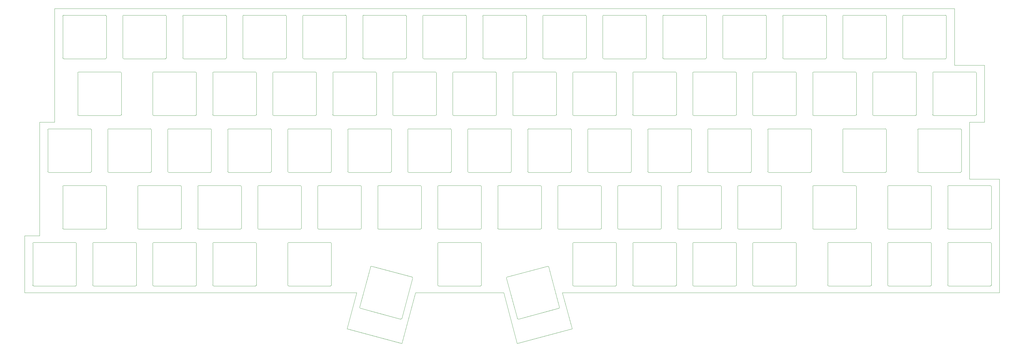
<source format=gm1>
G04 #@! TF.GenerationSoftware,KiCad,Pcbnew,(6.0.2-0)*
G04 #@! TF.CreationDate,2022-07-19T14:25:46+02:00*
G04 #@! TF.ProjectId,switch-plate,73776974-6368-42d7-906c-6174652e6b69,rev?*
G04 #@! TF.SameCoordinates,Original*
G04 #@! TF.FileFunction,Profile,NP*
%FSLAX46Y46*%
G04 Gerber Fmt 4.6, Leading zero omitted, Abs format (unit mm)*
G04 Created by KiCad (PCBNEW (6.0.2-0)) date 2022-07-19 14:25:46*
%MOMM*%
%LPD*%
G01*
G04 APERTURE LIST*
G04 #@! TA.AperFunction,Profile*
%ADD10C,0.100000*%
G04 #@! TD*
G04 #@! TA.AperFunction,Profile*
%ADD11C,0.120000*%
G04 #@! TD*
G04 APERTURE END LIST*
D10*
X154400000Y-110400000D02*
X151300000Y-99000000D01*
X280250000Y-63000000D02*
X280250000Y-45000000D01*
X80750000Y-99000000D02*
X86200000Y-99000000D01*
X285000000Y-45000000D02*
X285000000Y-27000000D01*
X280250000Y-45000000D02*
X285000000Y-45000000D01*
X-14250000Y-45000000D02*
X-14250000Y-81000000D01*
X86200000Y-99000000D02*
X83100000Y-110400000D01*
X152000000Y-99000000D02*
X289750000Y-99000000D01*
X-9500000Y-9000000D02*
X-9500000Y-45000000D01*
X100500000Y-115100000D02*
X104800000Y-99000000D01*
X275500000Y-9000000D02*
X-9500000Y-9000000D01*
X-19000000Y-81000000D02*
X-19000000Y-99000000D01*
X104800000Y-99000000D02*
X132700000Y-99000000D01*
X-14250000Y-81000000D02*
X-19000000Y-81000000D01*
X289750000Y-99000000D02*
X289750000Y-63000000D01*
X275500000Y-27000000D02*
X275500000Y-9000000D01*
X151300000Y-99000000D02*
X152000000Y-99000000D01*
X-9500000Y-45000000D02*
X-14250000Y-45000000D01*
X289750000Y-63000000D02*
X280250000Y-63000000D01*
X132700000Y-99000000D02*
X137000000Y-115100000D01*
X137000000Y-115100000D02*
X154400000Y-110400000D01*
X-19000000Y-99000000D02*
X80750000Y-99000000D01*
X285000000Y-27000000D02*
X275500000Y-27000000D01*
X83100000Y-110400000D02*
X100500000Y-115100000D01*
D11*
X40150000Y-60600000D02*
X40150000Y-47400000D01*
X26350000Y-47400000D02*
X26350000Y-60600000D01*
X39850000Y-47100000D02*
X26650000Y-47100000D01*
X26650000Y-60900000D02*
X39850000Y-60900000D01*
X39850000Y-60900000D02*
G75*
G03*
X40150000Y-60600000I0J300000D01*
G01*
X26350000Y-60600000D02*
G75*
G03*
X26650000Y-60900000I300000J0D01*
G01*
X26650000Y-47100000D02*
G75*
G03*
X26350000Y-47400000I0J-300000D01*
G01*
X40150000Y-47400000D02*
G75*
G03*
X39850000Y-47100000I-300000J0D01*
G01*
X59900000Y-42900000D02*
X73100000Y-42900000D01*
X59600000Y-29400000D02*
X59600000Y-42600000D01*
X73400000Y-42600000D02*
X73400000Y-29400000D01*
X73100000Y-29100000D02*
X59900000Y-29100000D01*
X59600000Y-42600000D02*
G75*
G03*
X59900000Y-42900000I300000J0D01*
G01*
X73400000Y-29400000D02*
G75*
G03*
X73100000Y-29100000I-300000J0D01*
G01*
X73100000Y-42900000D02*
G75*
G03*
X73400000Y-42600000I0J300000D01*
G01*
X59900000Y-29100000D02*
G75*
G03*
X59600000Y-29400000I0J-300000D01*
G01*
X201350000Y-65100000D02*
X188150000Y-65100000D01*
X201650000Y-78600000D02*
X201650000Y-65400000D01*
X187850000Y-65400000D02*
X187850000Y-78600000D01*
X188150000Y-78900000D02*
X201350000Y-78900000D01*
X201350000Y-78900000D02*
G75*
G03*
X201650000Y-78600000I0J300000D01*
G01*
X188150000Y-65100000D02*
G75*
G03*
X187850000Y-65400000I0J-300000D01*
G01*
X187850000Y-78600000D02*
G75*
G03*
X188150000Y-78900000I300000J0D01*
G01*
X201650000Y-65400000D02*
G75*
G03*
X201350000Y-65100000I-300000J0D01*
G01*
X206100000Y-83100000D02*
X192900000Y-83100000D01*
X206400000Y-96600000D02*
X206400000Y-83400000D01*
X192600000Y-83400000D02*
X192600000Y-96600000D01*
X192900000Y-96900000D02*
X206100000Y-96900000D01*
X206400000Y-83400000D02*
G75*
G03*
X206100000Y-83100000I-300000J0D01*
G01*
X192600000Y-96600000D02*
G75*
G03*
X192900000Y-96900000I300000J0D01*
G01*
X192900000Y-83100000D02*
G75*
G03*
X192600000Y-83400000I0J-300000D01*
G01*
X206100000Y-96900000D02*
G75*
G03*
X206400000Y-96600000I0J300000D01*
G01*
X267850000Y-83100000D02*
X254650000Y-83100000D01*
X268150000Y-96600000D02*
X268150000Y-83400000D01*
X254350000Y-83400000D02*
X254350000Y-96600000D01*
X254650000Y-96900000D02*
X267850000Y-96900000D01*
X254350000Y-96600000D02*
G75*
G03*
X254650000Y-96900000I300000J0D01*
G01*
X267850000Y-96900000D02*
G75*
G03*
X268150000Y-96600000I0J300000D01*
G01*
X268150000Y-83400000D02*
G75*
G03*
X267850000Y-83100000I-300000J0D01*
G01*
X254650000Y-83100000D02*
G75*
G03*
X254350000Y-83400000I0J-300000D01*
G01*
X35400000Y-42600000D02*
X35400000Y-29400000D01*
X35100000Y-29100000D02*
X21900000Y-29100000D01*
X21900000Y-42900000D02*
X35100000Y-42900000D01*
X21600000Y-29400000D02*
X21600000Y-42600000D01*
X35400000Y-29400000D02*
G75*
G03*
X35100000Y-29100000I-300000J0D01*
G01*
X35100000Y-42900000D02*
G75*
G03*
X35400000Y-42600000I0J300000D01*
G01*
X21600000Y-42600000D02*
G75*
G03*
X21900000Y-42900000I300000J0D01*
G01*
X21900000Y-29100000D02*
G75*
G03*
X21600000Y-29400000I0J-300000D01*
G01*
X244400000Y-78600000D02*
X244400000Y-65400000D01*
X244100000Y-65100000D02*
X230900000Y-65100000D01*
X230900000Y-78900000D02*
X244100000Y-78900000D01*
X230600000Y-65400000D02*
X230600000Y-78600000D01*
X244100000Y-78900000D02*
G75*
G03*
X244400000Y-78600000I0J300000D01*
G01*
X230900000Y-65100000D02*
G75*
G03*
X230600000Y-65400000I0J-300000D01*
G01*
X244400000Y-65400000D02*
G75*
G03*
X244100000Y-65100000I-300000J0D01*
G01*
X230600000Y-78600000D02*
G75*
G03*
X230900000Y-78900000I300000J0D01*
G01*
X6600000Y-65100000D02*
X-6600000Y-65100000D01*
X6900000Y-78600000D02*
X6900000Y-65400000D01*
X-6600000Y-78900000D02*
X6600000Y-78900000D01*
X-6900000Y-65400000D02*
X-6900000Y-78600000D01*
X-6600000Y-65100000D02*
G75*
G03*
X-6900000Y-65400000I0J-300000D01*
G01*
X6900000Y-65400000D02*
G75*
G03*
X6600000Y-65100000I-300000J0D01*
G01*
X6600000Y-78900000D02*
G75*
G03*
X6900000Y-78600000I0J300000D01*
G01*
X-6900000Y-78600000D02*
G75*
G03*
X-6600000Y-78900000I300000J0D01*
G01*
X153850000Y-47100000D02*
X140650000Y-47100000D01*
X140350000Y-47400000D02*
X140350000Y-60600000D01*
X154150000Y-60600000D02*
X154150000Y-47400000D01*
X140650000Y-60900000D02*
X153850000Y-60900000D01*
X154150000Y-47400000D02*
G75*
G03*
X153850000Y-47100000I-300000J0D01*
G01*
X153850000Y-60900000D02*
G75*
G03*
X154150000Y-60600000I0J300000D01*
G01*
X140350000Y-60600000D02*
G75*
G03*
X140650000Y-60900000I300000J0D01*
G01*
X140650000Y-47100000D02*
G75*
G03*
X140350000Y-47400000I0J-300000D01*
G01*
X49650000Y-78600000D02*
X49650000Y-65400000D01*
X35850000Y-65400000D02*
X35850000Y-78600000D01*
X36150000Y-78900000D02*
X49350000Y-78900000D01*
X49350000Y-65100000D02*
X36150000Y-65100000D01*
X35850000Y-78600000D02*
G75*
G03*
X36150000Y-78900000I300000J0D01*
G01*
X49350000Y-78900000D02*
G75*
G03*
X49650000Y-78600000I0J300000D01*
G01*
X49650000Y-65400000D02*
G75*
G03*
X49350000Y-65100000I-300000J0D01*
G01*
X36150000Y-65100000D02*
G75*
G03*
X35850000Y-65400000I0J-300000D01*
G01*
X287150000Y-78600000D02*
X287150000Y-65400000D01*
X286850000Y-65100000D02*
X273650000Y-65100000D01*
X273350000Y-65400000D02*
X273350000Y-78600000D01*
X273650000Y-78900000D02*
X286850000Y-78900000D01*
X286850000Y-78900000D02*
G75*
G03*
X287150000Y-78600000I0J300000D01*
G01*
X287150000Y-65400000D02*
G75*
G03*
X286850000Y-65100000I-300000J0D01*
G01*
X273650000Y-65100000D02*
G75*
G03*
X273350000Y-65400000I0J-300000D01*
G01*
X273350000Y-78600000D02*
G75*
G03*
X273650000Y-78900000I300000J0D01*
G01*
X102650000Y-60900000D02*
X115850000Y-60900000D01*
X115850000Y-47100000D02*
X102650000Y-47100000D01*
X116150000Y-60600000D02*
X116150000Y-47400000D01*
X102350000Y-47400000D02*
X102350000Y-60600000D01*
X102350000Y-60600000D02*
G75*
G03*
X102650000Y-60900000I300000J0D01*
G01*
X116150000Y-47400000D02*
G75*
G03*
X115850000Y-47100000I-300000J0D01*
G01*
X102650000Y-47100000D02*
G75*
G03*
X102350000Y-47400000I0J-300000D01*
G01*
X115850000Y-60900000D02*
G75*
G03*
X116150000Y-60600000I0J300000D01*
G01*
X20850000Y-47100000D02*
X7650000Y-47100000D01*
X7350000Y-47400000D02*
X7350000Y-60600000D01*
X7650000Y-60900000D02*
X20850000Y-60900000D01*
X21150000Y-60600000D02*
X21150000Y-47400000D01*
X7350000Y-60600000D02*
G75*
G03*
X7650000Y-60900000I300000J0D01*
G01*
X21150000Y-47400000D02*
G75*
G03*
X20850000Y-47100000I-300000J0D01*
G01*
X20850000Y-60900000D02*
G75*
G03*
X21150000Y-60600000I0J300000D01*
G01*
X7650000Y-47100000D02*
G75*
G03*
X7350000Y-47400000I0J-300000D01*
G01*
X154900000Y-42900000D02*
X168100000Y-42900000D01*
X168400000Y-42600000D02*
X168400000Y-29400000D01*
X154600000Y-29400000D02*
X154600000Y-42600000D01*
X168100000Y-29100000D02*
X154900000Y-29100000D01*
X154900000Y-29100000D02*
G75*
G03*
X154600000Y-29400000I0J-300000D01*
G01*
X154600000Y-42600000D02*
G75*
G03*
X154900000Y-42900000I300000J0D01*
G01*
X168400000Y-29400000D02*
G75*
G03*
X168100000Y-29100000I-300000J0D01*
G01*
X168100000Y-42900000D02*
G75*
G03*
X168400000Y-42600000I0J300000D01*
G01*
X58850000Y-47100000D02*
X45650000Y-47100000D01*
X59150000Y-60600000D02*
X59150000Y-47400000D01*
X45350000Y-47400000D02*
X45350000Y-60600000D01*
X45650000Y-60900000D02*
X58850000Y-60900000D01*
X59150000Y-47400000D02*
G75*
G03*
X58850000Y-47100000I-300000J0D01*
G01*
X45350000Y-60600000D02*
G75*
G03*
X45650000Y-60900000I300000J0D01*
G01*
X58850000Y-60900000D02*
G75*
G03*
X59150000Y-60600000I0J300000D01*
G01*
X45650000Y-47100000D02*
G75*
G03*
X45350000Y-47400000I0J-300000D01*
G01*
X73850000Y-65400000D02*
X73850000Y-78600000D01*
X74150000Y-78900000D02*
X87350000Y-78900000D01*
X87350000Y-65100000D02*
X74150000Y-65100000D01*
X87650000Y-78600000D02*
X87650000Y-65400000D01*
X87650000Y-65400000D02*
G75*
G03*
X87350000Y-65100000I-300000J0D01*
G01*
X74150000Y-65100000D02*
G75*
G03*
X73850000Y-65400000I0J-300000D01*
G01*
X73850000Y-78600000D02*
G75*
G03*
X74150000Y-78900000I300000J0D01*
G01*
X87350000Y-78900000D02*
G75*
G03*
X87650000Y-78600000I0J300000D01*
G01*
X31100000Y-11400000D02*
X31100000Y-24600000D01*
X44900000Y-24600000D02*
X44900000Y-11400000D01*
X44600000Y-11100000D02*
X31400000Y-11100000D01*
X31400000Y-24900000D02*
X44600000Y-24900000D01*
X44600000Y-24900000D02*
G75*
G03*
X44900000Y-24600000I0J300000D01*
G01*
X31400000Y-11100000D02*
G75*
G03*
X31100000Y-11400000I0J-300000D01*
G01*
X31100000Y-24600000D02*
G75*
G03*
X31400000Y-24900000I300000J0D01*
G01*
X44900000Y-11400000D02*
G75*
G03*
X44600000Y-11100000I-300000J0D01*
G01*
X120900000Y-24600000D02*
X120900000Y-11400000D01*
X120600000Y-11100000D02*
X107400000Y-11100000D01*
X107400000Y-24900000D02*
X120600000Y-24900000D01*
X107100000Y-11400000D02*
X107100000Y-24600000D01*
X120900000Y-11400000D02*
G75*
G03*
X120600000Y-11100000I-300000J0D01*
G01*
X107100000Y-24600000D02*
G75*
G03*
X107400000Y-24900000I300000J0D01*
G01*
X107400000Y-11100000D02*
G75*
G03*
X107100000Y-11400000I0J-300000D01*
G01*
X120600000Y-24900000D02*
G75*
G03*
X120900000Y-24600000I0J300000D01*
G01*
X54400000Y-96600000D02*
X54400000Y-83400000D01*
X54100000Y-83100000D02*
X40900000Y-83100000D01*
X40900000Y-96900000D02*
X54100000Y-96900000D01*
X40600000Y-83400000D02*
X40600000Y-96600000D01*
X54100000Y-96900000D02*
G75*
G03*
X54400000Y-96600000I0J300000D01*
G01*
X40600000Y-96600000D02*
G75*
G03*
X40900000Y-96900000I300000J0D01*
G01*
X54400000Y-83400000D02*
G75*
G03*
X54100000Y-83100000I-300000J0D01*
G01*
X40900000Y-83100000D02*
G75*
G03*
X40600000Y-83400000I0J-300000D01*
G01*
X93150000Y-78900000D02*
X106350000Y-78900000D01*
X106350000Y-65100000D02*
X93150000Y-65100000D01*
X92850000Y-65400000D02*
X92850000Y-78600000D01*
X106650000Y-78600000D02*
X106650000Y-65400000D01*
X106650000Y-65400000D02*
G75*
G03*
X106350000Y-65100000I-300000J0D01*
G01*
X92850000Y-78600000D02*
G75*
G03*
X93150000Y-78900000I300000J0D01*
G01*
X106350000Y-78900000D02*
G75*
G03*
X106650000Y-78600000I0J300000D01*
G01*
X93150000Y-65100000D02*
G75*
G03*
X92850000Y-65400000I0J-300000D01*
G01*
X249150000Y-96600000D02*
X249150000Y-83400000D01*
X235650000Y-96900000D02*
X248850000Y-96900000D01*
X235350000Y-83400000D02*
X235350000Y-96600000D01*
X248850000Y-83100000D02*
X235650000Y-83100000D01*
X235650000Y-83100000D02*
G75*
G03*
X235350000Y-83400000I0J-300000D01*
G01*
X248850000Y-96900000D02*
G75*
G03*
X249150000Y-96600000I0J300000D01*
G01*
X249150000Y-83400000D02*
G75*
G03*
X248850000Y-83100000I-300000J0D01*
G01*
X235350000Y-96600000D02*
G75*
G03*
X235650000Y-96900000I300000J0D01*
G01*
X96850000Y-47100000D02*
X83650000Y-47100000D01*
X97150000Y-60600000D02*
X97150000Y-47400000D01*
X83350000Y-47400000D02*
X83350000Y-60600000D01*
X83650000Y-60900000D02*
X96850000Y-60900000D01*
X96850000Y-60900000D02*
G75*
G03*
X97150000Y-60600000I0J300000D01*
G01*
X97150000Y-47400000D02*
G75*
G03*
X96850000Y-47100000I-300000J0D01*
G01*
X83650000Y-47100000D02*
G75*
G03*
X83350000Y-47400000I0J-300000D01*
G01*
X83350000Y-60600000D02*
G75*
G03*
X83650000Y-60900000I300000J0D01*
G01*
X135900000Y-42900000D02*
X149100000Y-42900000D01*
X149100000Y-29100000D02*
X135900000Y-29100000D01*
X135600000Y-29400000D02*
X135600000Y-42600000D01*
X149400000Y-42600000D02*
X149400000Y-29400000D01*
X149100000Y-42900000D02*
G75*
G03*
X149400000Y-42600000I0J300000D01*
G01*
X149400000Y-29400000D02*
G75*
G03*
X149100000Y-29100000I-300000J0D01*
G01*
X135900000Y-29100000D02*
G75*
G03*
X135600000Y-29400000I0J-300000D01*
G01*
X135600000Y-42600000D02*
G75*
G03*
X135900000Y-42900000I300000J0D01*
G01*
X144350000Y-65100000D02*
X131150000Y-65100000D01*
X144650000Y-78600000D02*
X144650000Y-65400000D01*
X131150000Y-78900000D02*
X144350000Y-78900000D01*
X130850000Y-65400000D02*
X130850000Y-78600000D01*
X144350000Y-78900000D02*
G75*
G03*
X144650000Y-78600000I0J300000D01*
G01*
X131150000Y-65100000D02*
G75*
G03*
X130850000Y-65400000I0J-300000D01*
G01*
X130850000Y-78600000D02*
G75*
G03*
X131150000Y-78900000I300000J0D01*
G01*
X144650000Y-65400000D02*
G75*
G03*
X144350000Y-65100000I-300000J0D01*
G01*
X103660962Y-94043317D02*
X90910741Y-90626906D01*
X90543317Y-90839038D02*
X87126906Y-103589259D01*
X87339038Y-103956683D02*
X100089259Y-107373094D01*
X100456683Y-107160962D02*
X103873094Y-94410741D01*
X87126906Y-103589259D02*
G75*
G03*
X87339038Y-103956683I289778J-77646D01*
G01*
X100089259Y-107373094D02*
G75*
G03*
X100456683Y-107160962I77646J289778D01*
G01*
X90910741Y-90626906D02*
G75*
G03*
X90543317Y-90839038I-77646J-289778D01*
G01*
X103873094Y-94410741D02*
G75*
G03*
X103660962Y-94043317I-289778J77646D01*
G01*
X150150000Y-78900000D02*
X163350000Y-78900000D01*
X163650000Y-78600000D02*
X163650000Y-65400000D01*
X163350000Y-65100000D02*
X150150000Y-65100000D01*
X149850000Y-65400000D02*
X149850000Y-78600000D01*
X149850000Y-78600000D02*
G75*
G03*
X150150000Y-78900000I300000J0D01*
G01*
X163650000Y-65400000D02*
G75*
G03*
X163350000Y-65100000I-300000J0D01*
G01*
X163350000Y-78900000D02*
G75*
G03*
X163650000Y-78600000I0J300000D01*
G01*
X150150000Y-65100000D02*
G75*
G03*
X149850000Y-65400000I0J-300000D01*
G01*
X168400000Y-96600000D02*
X168400000Y-83400000D01*
X154600000Y-83400000D02*
X154600000Y-96600000D01*
X168100000Y-83100000D02*
X154900000Y-83100000D01*
X154900000Y-96900000D02*
X168100000Y-96900000D01*
X154900000Y-83100000D02*
G75*
G03*
X154600000Y-83400000I0J-300000D01*
G01*
X168100000Y-96900000D02*
G75*
G03*
X168400000Y-96600000I0J300000D01*
G01*
X154600000Y-96600000D02*
G75*
G03*
X154900000Y-96900000I300000J0D01*
G01*
X168400000Y-83400000D02*
G75*
G03*
X168100000Y-83100000I-300000J0D01*
G01*
X78900000Y-42900000D02*
X92100000Y-42900000D01*
X78600000Y-29400000D02*
X78600000Y-42600000D01*
X92100000Y-29100000D02*
X78900000Y-29100000D01*
X92400000Y-42600000D02*
X92400000Y-29400000D01*
X92100000Y-42900000D02*
G75*
G03*
X92400000Y-42600000I0J300000D01*
G01*
X78900000Y-29100000D02*
G75*
G03*
X78600000Y-29400000I0J-300000D01*
G01*
X78600000Y-42600000D02*
G75*
G03*
X78900000Y-42900000I300000J0D01*
G01*
X92400000Y-29400000D02*
G75*
G03*
X92100000Y-29100000I-300000J0D01*
G01*
X254650000Y-78900000D02*
X267850000Y-78900000D01*
X267850000Y-65100000D02*
X254650000Y-65100000D01*
X254350000Y-65400000D02*
X254350000Y-78600000D01*
X268150000Y-78600000D02*
X268150000Y-65400000D01*
X254650000Y-65100000D02*
G75*
G03*
X254350000Y-65400000I0J-300000D01*
G01*
X267850000Y-78900000D02*
G75*
G03*
X268150000Y-78600000I0J300000D01*
G01*
X254350000Y-78600000D02*
G75*
G03*
X254650000Y-78900000I300000J0D01*
G01*
X268150000Y-65400000D02*
G75*
G03*
X267850000Y-65100000I-300000J0D01*
G01*
X-16400000Y-83400000D02*
X-16400000Y-96600000D01*
X-2600000Y-96600000D02*
X-2600000Y-83400000D01*
X-16100000Y-96900000D02*
X-2900000Y-96900000D01*
X-2900000Y-83100000D02*
X-16100000Y-83100000D01*
X-16400000Y-96600000D02*
G75*
G03*
X-16100000Y-96900000I300000J0D01*
G01*
X-16100000Y-83100000D02*
G75*
G03*
X-16400000Y-83400000I0J-300000D01*
G01*
X-2600000Y-83400000D02*
G75*
G03*
X-2900000Y-83100000I-300000J0D01*
G01*
X-2900000Y-96900000D02*
G75*
G03*
X-2600000Y-96600000I0J300000D01*
G01*
X133626906Y-94410741D02*
X137043317Y-107160962D01*
X150373094Y-103589259D02*
X146956683Y-90839038D01*
X137410741Y-107373094D02*
X150160962Y-103956683D01*
X146589259Y-90626906D02*
X133839038Y-94043317D01*
X137043317Y-107160962D02*
G75*
G03*
X137410741Y-107373094I289778J77646D01*
G01*
X133839038Y-94043317D02*
G75*
G03*
X133626906Y-94410741I77646J-289778D01*
G01*
X150160962Y-103956683D02*
G75*
G03*
X150373094Y-103589259I-77646J289778D01*
G01*
X146956683Y-90839038D02*
G75*
G03*
X146589259Y-90626906I-289778J-77646D01*
G01*
X225400000Y-42600000D02*
X225400000Y-29400000D01*
X225100000Y-29100000D02*
X211900000Y-29100000D01*
X211900000Y-42900000D02*
X225100000Y-42900000D01*
X211600000Y-29400000D02*
X211600000Y-42600000D01*
X211900000Y-29100000D02*
G75*
G03*
X211600000Y-29400000I0J-300000D01*
G01*
X225400000Y-29400000D02*
G75*
G03*
X225100000Y-29100000I-300000J0D01*
G01*
X225100000Y-42900000D02*
G75*
G03*
X225400000Y-42600000I0J300000D01*
G01*
X211600000Y-42600000D02*
G75*
G03*
X211900000Y-42900000I300000J0D01*
G01*
X240100000Y-47400000D02*
X240100000Y-60600000D01*
X240400000Y-60900000D02*
X253600000Y-60900000D01*
X253600000Y-47100000D02*
X240400000Y-47100000D01*
X253900000Y-60600000D02*
X253900000Y-47400000D01*
X240100000Y-60600000D02*
G75*
G03*
X240400000Y-60900000I300000J0D01*
G01*
X253600000Y-60900000D02*
G75*
G03*
X253900000Y-60600000I0J300000D01*
G01*
X253900000Y-47400000D02*
G75*
G03*
X253600000Y-47100000I-300000J0D01*
G01*
X240400000Y-47100000D02*
G75*
G03*
X240100000Y-47400000I0J-300000D01*
G01*
X88100000Y-11400000D02*
X88100000Y-24600000D01*
X101900000Y-24600000D02*
X101900000Y-11400000D01*
X88400000Y-24900000D02*
X101600000Y-24900000D01*
X101600000Y-11100000D02*
X88400000Y-11100000D01*
X101600000Y-24900000D02*
G75*
G03*
X101900000Y-24600000I0J300000D01*
G01*
X88100000Y-24600000D02*
G75*
G03*
X88400000Y-24900000I300000J0D01*
G01*
X101900000Y-11400000D02*
G75*
G03*
X101600000Y-11100000I-300000J0D01*
G01*
X88400000Y-11100000D02*
G75*
G03*
X88100000Y-11400000I0J-300000D01*
G01*
X210850000Y-47100000D02*
X197650000Y-47100000D01*
X211150000Y-60600000D02*
X211150000Y-47400000D01*
X197350000Y-47400000D02*
X197350000Y-60600000D01*
X197650000Y-60900000D02*
X210850000Y-60900000D01*
X197350000Y-60600000D02*
G75*
G03*
X197650000Y-60900000I300000J0D01*
G01*
X210850000Y-60900000D02*
G75*
G03*
X211150000Y-60600000I0J300000D01*
G01*
X197650000Y-47100000D02*
G75*
G03*
X197350000Y-47400000I0J-300000D01*
G01*
X211150000Y-47400000D02*
G75*
G03*
X210850000Y-47100000I-300000J0D01*
G01*
X78150000Y-96600000D02*
X78150000Y-83400000D01*
X64650000Y-96900000D02*
X77850000Y-96900000D01*
X77850000Y-83100000D02*
X64650000Y-83100000D01*
X64350000Y-83400000D02*
X64350000Y-96600000D01*
X77850000Y-96900000D02*
G75*
G03*
X78150000Y-96600000I0J300000D01*
G01*
X64350000Y-96600000D02*
G75*
G03*
X64650000Y-96900000I300000J0D01*
G01*
X78150000Y-83400000D02*
G75*
G03*
X77850000Y-83100000I-300000J0D01*
G01*
X64650000Y-83100000D02*
G75*
G03*
X64350000Y-83400000I0J-300000D01*
G01*
X206100000Y-29100000D02*
X192900000Y-29100000D01*
X192900000Y-42900000D02*
X206100000Y-42900000D01*
X206400000Y-42600000D02*
X206400000Y-29400000D01*
X192600000Y-29400000D02*
X192600000Y-42600000D01*
X192600000Y-42600000D02*
G75*
G03*
X192900000Y-42900000I300000J0D01*
G01*
X192900000Y-29100000D02*
G75*
G03*
X192600000Y-29400000I0J-300000D01*
G01*
X206100000Y-42900000D02*
G75*
G03*
X206400000Y-42600000I0J300000D01*
G01*
X206400000Y-29400000D02*
G75*
G03*
X206100000Y-29100000I-300000J0D01*
G01*
X173600000Y-29400000D02*
X173600000Y-42600000D01*
X173900000Y-42900000D02*
X187100000Y-42900000D01*
X187100000Y-29100000D02*
X173900000Y-29100000D01*
X187400000Y-42600000D02*
X187400000Y-29400000D01*
X173600000Y-42600000D02*
G75*
G03*
X173900000Y-42900000I300000J0D01*
G01*
X187100000Y-42900000D02*
G75*
G03*
X187400000Y-42600000I0J300000D01*
G01*
X187400000Y-29400000D02*
G75*
G03*
X187100000Y-29100000I-300000J0D01*
G01*
X173900000Y-29100000D02*
G75*
G03*
X173600000Y-29400000I0J-300000D01*
G01*
X40900000Y-42900000D02*
X54100000Y-42900000D01*
X54100000Y-29100000D02*
X40900000Y-29100000D01*
X40600000Y-29400000D02*
X40600000Y-42600000D01*
X54400000Y-42600000D02*
X54400000Y-29400000D01*
X54100000Y-42900000D02*
G75*
G03*
X54400000Y-42600000I0J300000D01*
G01*
X40900000Y-29100000D02*
G75*
G03*
X40600000Y-29400000I0J-300000D01*
G01*
X40600000Y-42600000D02*
G75*
G03*
X40900000Y-42900000I300000J0D01*
G01*
X54400000Y-29400000D02*
G75*
G03*
X54100000Y-29100000I-300000J0D01*
G01*
X230600000Y-29400000D02*
X230600000Y-42600000D01*
X244100000Y-29100000D02*
X230900000Y-29100000D01*
X230900000Y-42900000D02*
X244100000Y-42900000D01*
X244400000Y-42600000D02*
X244400000Y-29400000D01*
X230900000Y-29100000D02*
G75*
G03*
X230600000Y-29400000I0J-300000D01*
G01*
X244400000Y-29400000D02*
G75*
G03*
X244100000Y-29100000I-300000J0D01*
G01*
X244100000Y-42900000D02*
G75*
G03*
X244400000Y-42600000I0J300000D01*
G01*
X230600000Y-42600000D02*
G75*
G03*
X230900000Y-42900000I300000J0D01*
G01*
X182650000Y-78600000D02*
X182650000Y-65400000D01*
X169150000Y-78900000D02*
X182350000Y-78900000D01*
X182350000Y-65100000D02*
X169150000Y-65100000D01*
X168850000Y-65400000D02*
X168850000Y-78600000D01*
X168850000Y-78600000D02*
G75*
G03*
X169150000Y-78900000I300000J0D01*
G01*
X182350000Y-78900000D02*
G75*
G03*
X182650000Y-78600000I0J300000D01*
G01*
X182650000Y-65400000D02*
G75*
G03*
X182350000Y-65100000I-300000J0D01*
G01*
X169150000Y-65100000D02*
G75*
G03*
X168850000Y-65400000I0J-300000D01*
G01*
X202100000Y-11400000D02*
X202100000Y-24600000D01*
X215900000Y-24600000D02*
X215900000Y-11400000D01*
X202400000Y-24900000D02*
X215600000Y-24900000D01*
X215600000Y-11100000D02*
X202400000Y-11100000D01*
X215600000Y-24900000D02*
G75*
G03*
X215900000Y-24600000I0J300000D01*
G01*
X202100000Y-24600000D02*
G75*
G03*
X202400000Y-24900000I300000J0D01*
G01*
X202400000Y-11100000D02*
G75*
G03*
X202100000Y-11400000I0J-300000D01*
G01*
X215900000Y-11400000D02*
G75*
G03*
X215600000Y-11100000I-300000J0D01*
G01*
X139900000Y-24600000D02*
X139900000Y-11400000D01*
X126400000Y-24900000D02*
X139600000Y-24900000D01*
X139600000Y-11100000D02*
X126400000Y-11100000D01*
X126100000Y-11400000D02*
X126100000Y-24600000D01*
X126400000Y-11100000D02*
G75*
G03*
X126100000Y-11400000I0J-300000D01*
G01*
X139900000Y-11400000D02*
G75*
G03*
X139600000Y-11100000I-300000J0D01*
G01*
X126100000Y-24600000D02*
G75*
G03*
X126400000Y-24900000I300000J0D01*
G01*
X139600000Y-24900000D02*
G75*
G03*
X139900000Y-24600000I0J300000D01*
G01*
X130400000Y-42600000D02*
X130400000Y-29400000D01*
X130100000Y-29100000D02*
X116900000Y-29100000D01*
X116900000Y-42900000D02*
X130100000Y-42900000D01*
X116600000Y-29400000D02*
X116600000Y-42600000D01*
X116600000Y-42600000D02*
G75*
G03*
X116900000Y-42900000I300000J0D01*
G01*
X116900000Y-29100000D02*
G75*
G03*
X116600000Y-29400000I0J-300000D01*
G01*
X130400000Y-29400000D02*
G75*
G03*
X130100000Y-29100000I-300000J0D01*
G01*
X130100000Y-42900000D02*
G75*
G03*
X130400000Y-42600000I0J300000D01*
G01*
X25600000Y-11100000D02*
X12400000Y-11100000D01*
X25900000Y-24600000D02*
X25900000Y-11400000D01*
X12100000Y-11400000D02*
X12100000Y-24600000D01*
X12400000Y-24900000D02*
X25600000Y-24900000D01*
X25900000Y-11400000D02*
G75*
G03*
X25600000Y-11100000I-300000J0D01*
G01*
X25600000Y-24900000D02*
G75*
G03*
X25900000Y-24600000I0J300000D01*
G01*
X12100000Y-24600000D02*
G75*
G03*
X12400000Y-24900000I300000J0D01*
G01*
X12400000Y-11100000D02*
G75*
G03*
X12100000Y-11400000I0J-300000D01*
G01*
X259400000Y-24900000D02*
X272600000Y-24900000D01*
X259100000Y-11400000D02*
X259100000Y-24600000D01*
X272900000Y-24600000D02*
X272900000Y-11400000D01*
X272600000Y-11100000D02*
X259400000Y-11100000D01*
X272900000Y-11400000D02*
G75*
G03*
X272600000Y-11100000I-300000J0D01*
G01*
X259100000Y-24600000D02*
G75*
G03*
X259400000Y-24900000I300000J0D01*
G01*
X272600000Y-24900000D02*
G75*
G03*
X272900000Y-24600000I0J300000D01*
G01*
X259400000Y-11100000D02*
G75*
G03*
X259100000Y-11400000I0J-300000D01*
G01*
X97900000Y-42900000D02*
X111100000Y-42900000D01*
X97600000Y-29400000D02*
X97600000Y-42600000D01*
X111100000Y-29100000D02*
X97900000Y-29100000D01*
X111400000Y-42600000D02*
X111400000Y-29400000D01*
X97600000Y-42600000D02*
G75*
G03*
X97900000Y-42900000I300000J0D01*
G01*
X111400000Y-29400000D02*
G75*
G03*
X111100000Y-29100000I-300000J0D01*
G01*
X97900000Y-29100000D02*
G75*
G03*
X97600000Y-29400000I0J-300000D01*
G01*
X111100000Y-42900000D02*
G75*
G03*
X111400000Y-42600000I0J300000D01*
G01*
X16400000Y-96600000D02*
X16400000Y-83400000D01*
X2900000Y-96900000D02*
X16100000Y-96900000D01*
X16100000Y-83100000D02*
X2900000Y-83100000D01*
X2600000Y-83400000D02*
X2600000Y-96600000D01*
X16400000Y-83400000D02*
G75*
G03*
X16100000Y-83100000I-300000J0D01*
G01*
X16100000Y-96900000D02*
G75*
G03*
X16400000Y-96600000I0J300000D01*
G01*
X2900000Y-83100000D02*
G75*
G03*
X2600000Y-83400000I0J-300000D01*
G01*
X2600000Y-96600000D02*
G75*
G03*
X2900000Y-96900000I300000J0D01*
G01*
X164400000Y-24900000D02*
X177600000Y-24900000D01*
X177600000Y-11100000D02*
X164400000Y-11100000D01*
X177900000Y-24600000D02*
X177900000Y-11400000D01*
X164100000Y-11400000D02*
X164100000Y-24600000D01*
X164100000Y-24600000D02*
G75*
G03*
X164400000Y-24900000I300000J0D01*
G01*
X164400000Y-11100000D02*
G75*
G03*
X164100000Y-11400000I0J-300000D01*
G01*
X177600000Y-24900000D02*
G75*
G03*
X177900000Y-24600000I0J300000D01*
G01*
X177900000Y-11400000D02*
G75*
G03*
X177600000Y-11100000I-300000J0D01*
G01*
X263850000Y-47400000D02*
X263850000Y-60600000D01*
X264150000Y-60900000D02*
X277350000Y-60900000D01*
X277650000Y-60600000D02*
X277650000Y-47400000D01*
X277350000Y-47100000D02*
X264150000Y-47100000D01*
X263850000Y-60600000D02*
G75*
G03*
X264150000Y-60900000I300000J0D01*
G01*
X277650000Y-47400000D02*
G75*
G03*
X277350000Y-47100000I-300000J0D01*
G01*
X264150000Y-47100000D02*
G75*
G03*
X263850000Y-47400000I0J-300000D01*
G01*
X277350000Y-60900000D02*
G75*
G03*
X277650000Y-60600000I0J300000D01*
G01*
X220350000Y-65100000D02*
X207150000Y-65100000D01*
X220650000Y-78600000D02*
X220650000Y-65400000D01*
X207150000Y-78900000D02*
X220350000Y-78900000D01*
X206850000Y-65400000D02*
X206850000Y-78600000D01*
X220350000Y-78900000D02*
G75*
G03*
X220650000Y-78600000I0J300000D01*
G01*
X220650000Y-65400000D02*
G75*
G03*
X220350000Y-65100000I-300000J0D01*
G01*
X206850000Y-78600000D02*
G75*
G03*
X207150000Y-78900000I300000J0D01*
G01*
X207150000Y-65100000D02*
G75*
G03*
X206850000Y-65400000I0J-300000D01*
G01*
X121350000Y-47400000D02*
X121350000Y-60600000D01*
X121650000Y-60900000D02*
X134850000Y-60900000D01*
X134850000Y-47100000D02*
X121650000Y-47100000D01*
X135150000Y-60600000D02*
X135150000Y-47400000D01*
X121350000Y-60600000D02*
G75*
G03*
X121650000Y-60900000I300000J0D01*
G01*
X134850000Y-60900000D02*
G75*
G03*
X135150000Y-60600000I0J300000D01*
G01*
X121650000Y-47100000D02*
G75*
G03*
X121350000Y-47400000I0J-300000D01*
G01*
X135150000Y-47400000D02*
G75*
G03*
X134850000Y-47100000I-300000J0D01*
G01*
X125650000Y-78600000D02*
X125650000Y-65400000D01*
X125350000Y-65100000D02*
X112150000Y-65100000D01*
X111850000Y-65400000D02*
X111850000Y-78600000D01*
X112150000Y-78900000D02*
X125350000Y-78900000D01*
X125350000Y-78900000D02*
G75*
G03*
X125650000Y-78600000I0J300000D01*
G01*
X125650000Y-65400000D02*
G75*
G03*
X125350000Y-65100000I-300000J0D01*
G01*
X111850000Y-78600000D02*
G75*
G03*
X112150000Y-78900000I300000J0D01*
G01*
X112150000Y-65100000D02*
G75*
G03*
X111850000Y-65400000I0J-300000D01*
G01*
X-1850000Y-42900000D02*
X11350000Y-42900000D01*
X11350000Y-29100000D02*
X-1850000Y-29100000D01*
X11650000Y-42600000D02*
X11650000Y-29400000D01*
X-2150000Y-29400000D02*
X-2150000Y-42600000D01*
X-1850000Y-29100000D02*
G75*
G03*
X-2150000Y-29400000I0J-300000D01*
G01*
X11350000Y-42900000D02*
G75*
G03*
X11650000Y-42600000I0J300000D01*
G01*
X-2150000Y-42600000D02*
G75*
G03*
X-1850000Y-42900000I300000J0D01*
G01*
X11650000Y-29400000D02*
G75*
G03*
X11350000Y-29100000I-300000J0D01*
G01*
X82900000Y-24600000D02*
X82900000Y-11400000D01*
X82600000Y-11100000D02*
X69400000Y-11100000D01*
X69100000Y-11400000D02*
X69100000Y-24600000D01*
X69400000Y-24900000D02*
X82600000Y-24900000D01*
X69100000Y-24600000D02*
G75*
G03*
X69400000Y-24900000I300000J0D01*
G01*
X69400000Y-11100000D02*
G75*
G03*
X69100000Y-11400000I0J-300000D01*
G01*
X82600000Y-24900000D02*
G75*
G03*
X82900000Y-24600000I0J300000D01*
G01*
X82900000Y-11400000D02*
G75*
G03*
X82600000Y-11100000I-300000J0D01*
G01*
X68350000Y-65100000D02*
X55150000Y-65100000D01*
X68650000Y-78600000D02*
X68650000Y-65400000D01*
X55150000Y-78900000D02*
X68350000Y-78900000D01*
X54850000Y-65400000D02*
X54850000Y-78600000D01*
X68650000Y-65400000D02*
G75*
G03*
X68350000Y-65100000I-300000J0D01*
G01*
X55150000Y-65100000D02*
G75*
G03*
X54850000Y-65400000I0J-300000D01*
G01*
X68350000Y-78900000D02*
G75*
G03*
X68650000Y-78600000I0J300000D01*
G01*
X54850000Y-78600000D02*
G75*
G03*
X55150000Y-78900000I300000J0D01*
G01*
X191850000Y-47100000D02*
X178650000Y-47100000D01*
X178350000Y-47400000D02*
X178350000Y-60600000D01*
X178650000Y-60900000D02*
X191850000Y-60900000D01*
X192150000Y-60600000D02*
X192150000Y-47400000D01*
X178350000Y-60600000D02*
G75*
G03*
X178650000Y-60900000I300000J0D01*
G01*
X191850000Y-60900000D02*
G75*
G03*
X192150000Y-60600000I0J300000D01*
G01*
X192150000Y-47400000D02*
G75*
G03*
X191850000Y-47100000I-300000J0D01*
G01*
X178650000Y-47100000D02*
G75*
G03*
X178350000Y-47400000I0J-300000D01*
G01*
X145400000Y-24900000D02*
X158600000Y-24900000D01*
X158900000Y-24600000D02*
X158900000Y-11400000D01*
X158600000Y-11100000D02*
X145400000Y-11100000D01*
X145100000Y-11400000D02*
X145100000Y-24600000D01*
X145400000Y-11100000D02*
G75*
G03*
X145100000Y-11400000I0J-300000D01*
G01*
X158900000Y-11400000D02*
G75*
G03*
X158600000Y-11100000I-300000J0D01*
G01*
X145100000Y-24600000D02*
G75*
G03*
X145400000Y-24900000I300000J0D01*
G01*
X158600000Y-24900000D02*
G75*
G03*
X158900000Y-24600000I0J300000D01*
G01*
X-11350000Y-60900000D02*
X1850000Y-60900000D01*
X1850000Y-47100000D02*
X-11350000Y-47100000D01*
X-11650000Y-47400000D02*
X-11650000Y-60600000D01*
X2150000Y-60600000D02*
X2150000Y-47400000D01*
X2150000Y-47400000D02*
G75*
G03*
X1850000Y-47100000I-300000J0D01*
G01*
X-11650000Y-60600000D02*
G75*
G03*
X-11350000Y-60900000I300000J0D01*
G01*
X-11350000Y-47100000D02*
G75*
G03*
X-11650000Y-47400000I0J-300000D01*
G01*
X1850000Y-60900000D02*
G75*
G03*
X2150000Y-60600000I0J300000D01*
G01*
X230150000Y-60600000D02*
X230150000Y-47400000D01*
X216350000Y-47400000D02*
X216350000Y-60600000D01*
X216650000Y-60900000D02*
X229850000Y-60900000D01*
X229850000Y-47100000D02*
X216650000Y-47100000D01*
X230150000Y-47400000D02*
G75*
G03*
X229850000Y-47100000I-300000J0D01*
G01*
X216350000Y-60600000D02*
G75*
G03*
X216650000Y-60900000I300000J0D01*
G01*
X216650000Y-47100000D02*
G75*
G03*
X216350000Y-47400000I0J-300000D01*
G01*
X229850000Y-60900000D02*
G75*
G03*
X230150000Y-60600000I0J300000D01*
G01*
X211600000Y-83400000D02*
X211600000Y-96600000D01*
X225100000Y-83100000D02*
X211900000Y-83100000D01*
X211900000Y-96900000D02*
X225100000Y-96900000D01*
X225400000Y-96600000D02*
X225400000Y-83400000D01*
X211600000Y-96600000D02*
G75*
G03*
X211900000Y-96900000I300000J0D01*
G01*
X225400000Y-83400000D02*
G75*
G03*
X225100000Y-83100000I-300000J0D01*
G01*
X225100000Y-96900000D02*
G75*
G03*
X225400000Y-96600000I0J300000D01*
G01*
X211900000Y-83100000D02*
G75*
G03*
X211600000Y-83400000I0J-300000D01*
G01*
X50400000Y-24900000D02*
X63600000Y-24900000D01*
X63900000Y-24600000D02*
X63900000Y-11400000D01*
X63600000Y-11100000D02*
X50400000Y-11100000D01*
X50100000Y-11400000D02*
X50100000Y-24600000D01*
X50400000Y-11100000D02*
G75*
G03*
X50100000Y-11400000I0J-300000D01*
G01*
X63600000Y-24900000D02*
G75*
G03*
X63900000Y-24600000I0J300000D01*
G01*
X50100000Y-24600000D02*
G75*
G03*
X50400000Y-24900000I300000J0D01*
G01*
X63900000Y-11400000D02*
G75*
G03*
X63600000Y-11100000I-300000J0D01*
G01*
X78150000Y-60600000D02*
X78150000Y-47400000D01*
X64650000Y-60900000D02*
X77850000Y-60900000D01*
X77850000Y-47100000D02*
X64650000Y-47100000D01*
X64350000Y-47400000D02*
X64350000Y-60600000D01*
X78150000Y-47400000D02*
G75*
G03*
X77850000Y-47100000I-300000J0D01*
G01*
X77850000Y-60900000D02*
G75*
G03*
X78150000Y-60600000I0J300000D01*
G01*
X64350000Y-60600000D02*
G75*
G03*
X64650000Y-60900000I300000J0D01*
G01*
X64650000Y-47100000D02*
G75*
G03*
X64350000Y-47400000I0J-300000D01*
G01*
X30650000Y-78600000D02*
X30650000Y-65400000D01*
X16850000Y-65400000D02*
X16850000Y-78600000D01*
X17150000Y-78900000D02*
X30350000Y-78900000D01*
X30350000Y-65100000D02*
X17150000Y-65100000D01*
X30350000Y-78900000D02*
G75*
G03*
X30650000Y-78600000I0J300000D01*
G01*
X17150000Y-65100000D02*
G75*
G03*
X16850000Y-65400000I0J-300000D01*
G01*
X16850000Y-78600000D02*
G75*
G03*
X17150000Y-78900000I300000J0D01*
G01*
X30650000Y-65400000D02*
G75*
G03*
X30350000Y-65100000I-300000J0D01*
G01*
X35400000Y-96600000D02*
X35400000Y-83400000D01*
X35100000Y-83100000D02*
X21900000Y-83100000D01*
X21600000Y-83400000D02*
X21600000Y-96600000D01*
X21900000Y-96900000D02*
X35100000Y-96900000D01*
X21900000Y-83100000D02*
G75*
G03*
X21600000Y-83400000I0J-300000D01*
G01*
X35100000Y-96900000D02*
G75*
G03*
X35400000Y-96600000I0J300000D01*
G01*
X35400000Y-83400000D02*
G75*
G03*
X35100000Y-83100000I-300000J0D01*
G01*
X21600000Y-96600000D02*
G75*
G03*
X21900000Y-96900000I300000J0D01*
G01*
X286850000Y-83100000D02*
X273650000Y-83100000D01*
X273650000Y-96900000D02*
X286850000Y-96900000D01*
X273350000Y-83400000D02*
X273350000Y-96600000D01*
X287150000Y-96600000D02*
X287150000Y-83400000D01*
X287150000Y-83400000D02*
G75*
G03*
X286850000Y-83100000I-300000J0D01*
G01*
X273650000Y-83100000D02*
G75*
G03*
X273350000Y-83400000I0J-300000D01*
G01*
X273350000Y-96600000D02*
G75*
G03*
X273650000Y-96900000I300000J0D01*
G01*
X286850000Y-96900000D02*
G75*
G03*
X287150000Y-96600000I0J300000D01*
G01*
X263100000Y-29100000D02*
X249900000Y-29100000D01*
X263400000Y-42600000D02*
X263400000Y-29400000D01*
X249600000Y-29400000D02*
X249600000Y-42600000D01*
X249900000Y-42900000D02*
X263100000Y-42900000D01*
X249900000Y-29100000D02*
G75*
G03*
X249600000Y-29400000I0J-300000D01*
G01*
X263100000Y-42900000D02*
G75*
G03*
X263400000Y-42600000I0J300000D01*
G01*
X263400000Y-29400000D02*
G75*
G03*
X263100000Y-29100000I-300000J0D01*
G01*
X249600000Y-42600000D02*
G75*
G03*
X249900000Y-42900000I300000J0D01*
G01*
X112150000Y-96900000D02*
X125350000Y-96900000D01*
X125350000Y-83100000D02*
X112150000Y-83100000D01*
X125650000Y-96600000D02*
X125650000Y-83400000D01*
X111850000Y-83400000D02*
X111850000Y-96600000D01*
X125350000Y-96900000D02*
G75*
G03*
X125650000Y-96600000I0J300000D01*
G01*
X111850000Y-96600000D02*
G75*
G03*
X112150000Y-96900000I300000J0D01*
G01*
X112150000Y-83100000D02*
G75*
G03*
X111850000Y-83400000I0J-300000D01*
G01*
X125650000Y-83400000D02*
G75*
G03*
X125350000Y-83100000I-300000J0D01*
G01*
X-6900000Y-11400000D02*
X-6900000Y-24600000D01*
X-6600000Y-24900000D02*
X6600000Y-24900000D01*
X6900000Y-24600000D02*
X6900000Y-11400000D01*
X6600000Y-11100000D02*
X-6600000Y-11100000D01*
X-6900000Y-24600000D02*
G75*
G03*
X-6600000Y-24900000I300000J0D01*
G01*
X6600000Y-24900000D02*
G75*
G03*
X6900000Y-24600000I0J300000D01*
G01*
X-6600000Y-11100000D02*
G75*
G03*
X-6900000Y-11400000I0J-300000D01*
G01*
X6900000Y-11400000D02*
G75*
G03*
X6600000Y-11100000I-300000J0D01*
G01*
X221100000Y-11400000D02*
X221100000Y-24600000D01*
X234600000Y-11100000D02*
X221400000Y-11100000D01*
X221400000Y-24900000D02*
X234600000Y-24900000D01*
X234900000Y-24600000D02*
X234900000Y-11400000D01*
X234900000Y-11400000D02*
G75*
G03*
X234600000Y-11100000I-300000J0D01*
G01*
X221400000Y-11100000D02*
G75*
G03*
X221100000Y-11400000I0J-300000D01*
G01*
X221100000Y-24600000D02*
G75*
G03*
X221400000Y-24900000I300000J0D01*
G01*
X234600000Y-24900000D02*
G75*
G03*
X234900000Y-24600000I0J300000D01*
G01*
X159350000Y-47400000D02*
X159350000Y-60600000D01*
X172850000Y-47100000D02*
X159650000Y-47100000D01*
X159650000Y-60900000D02*
X172850000Y-60900000D01*
X173150000Y-60600000D02*
X173150000Y-47400000D01*
X172850000Y-60900000D02*
G75*
G03*
X173150000Y-60600000I0J300000D01*
G01*
X173150000Y-47400000D02*
G75*
G03*
X172850000Y-47100000I-300000J0D01*
G01*
X159350000Y-60600000D02*
G75*
G03*
X159650000Y-60900000I300000J0D01*
G01*
X159650000Y-47100000D02*
G75*
G03*
X159350000Y-47400000I0J-300000D01*
G01*
X253600000Y-11100000D02*
X240400000Y-11100000D01*
X253900000Y-24600000D02*
X253900000Y-11400000D01*
X240100000Y-11400000D02*
X240100000Y-24600000D01*
X240400000Y-24900000D02*
X253600000Y-24900000D01*
X240100000Y-24600000D02*
G75*
G03*
X240400000Y-24900000I300000J0D01*
G01*
X253600000Y-24900000D02*
G75*
G03*
X253900000Y-24600000I0J300000D01*
G01*
X240400000Y-11100000D02*
G75*
G03*
X240100000Y-11400000I0J-300000D01*
G01*
X253900000Y-11400000D02*
G75*
G03*
X253600000Y-11100000I-300000J0D01*
G01*
X183100000Y-11400000D02*
X183100000Y-24600000D01*
X196900000Y-24600000D02*
X196900000Y-11400000D01*
X183400000Y-24900000D02*
X196600000Y-24900000D01*
X196600000Y-11100000D02*
X183400000Y-11100000D01*
X183100000Y-24600000D02*
G75*
G03*
X183400000Y-24900000I300000J0D01*
G01*
X196900000Y-11400000D02*
G75*
G03*
X196600000Y-11100000I-300000J0D01*
G01*
X183400000Y-11100000D02*
G75*
G03*
X183100000Y-11400000I0J-300000D01*
G01*
X196600000Y-24900000D02*
G75*
G03*
X196900000Y-24600000I0J300000D01*
G01*
X187100000Y-83100000D02*
X173900000Y-83100000D01*
X173900000Y-96900000D02*
X187100000Y-96900000D01*
X173600000Y-83400000D02*
X173600000Y-96600000D01*
X187400000Y-96600000D02*
X187400000Y-83400000D01*
X187100000Y-96900000D02*
G75*
G03*
X187400000Y-96600000I0J300000D01*
G01*
X173600000Y-96600000D02*
G75*
G03*
X173900000Y-96900000I300000J0D01*
G01*
X187400000Y-83400000D02*
G75*
G03*
X187100000Y-83100000I-300000J0D01*
G01*
X173900000Y-83100000D02*
G75*
G03*
X173600000Y-83400000I0J-300000D01*
G01*
X282100000Y-29100000D02*
X268900000Y-29100000D01*
X282400000Y-42600000D02*
X282400000Y-29400000D01*
X268900000Y-42900000D02*
X282100000Y-42900000D01*
X268600000Y-29400000D02*
X268600000Y-42600000D01*
X282400000Y-29400000D02*
G75*
G03*
X282100000Y-29100000I-300000J0D01*
G01*
X282100000Y-42900000D02*
G75*
G03*
X282400000Y-42600000I0J300000D01*
G01*
X268600000Y-42600000D02*
G75*
G03*
X268900000Y-42900000I300000J0D01*
G01*
X268900000Y-29100000D02*
G75*
G03*
X268600000Y-29400000I0J-300000D01*
G01*
M02*

</source>
